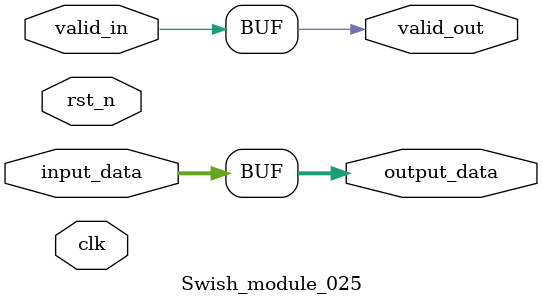
<source format=v>

module Swish_module_025 (
    input clk,
    input rst_n,
    input valid_in,
    output valid_out,
    // Add specific ports based on operator type
    input [31:0] input_data,
    output [31:0] output_data
);

    // Module implementation would go here
    // This is a template - actual implementation depends on the operator
    
        // Generic operator implementation
    assign output_data = input_data; // Placeholder
    assign valid_out = valid_in;

endmodule

</source>
